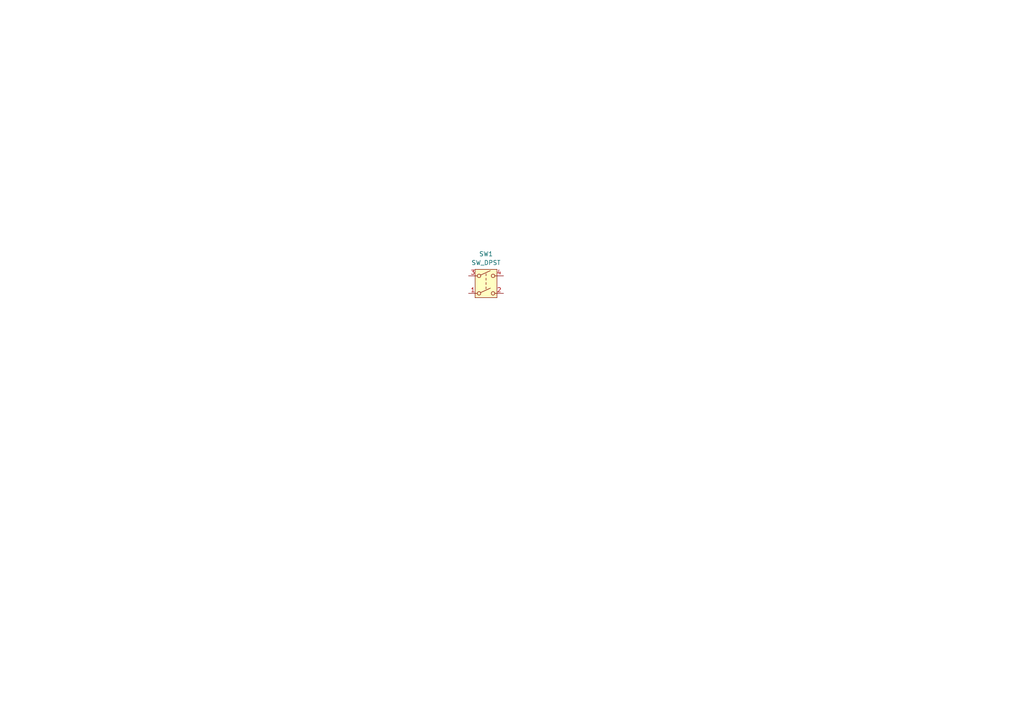
<source format=kicad_sch>
(kicad_sch (version 20241004) (generator "eeschema") (generator_version "8.99")
  (paper "A4")
  (lib_symbols
    (symbol "Switch:SW_DPST" (pin_names (offset 0) (hide yes))
      (property "Reference" "SW" (at 0 6.35 0))
      (property "Value" "SW_DPST" (at 0 -5.08 0))
      (symbol "SW_DPST_0_0"
        (circle (center -2.032 2.54) (radius 0.508))
        (circle (center -2.032 -2.54) (radius 0.508))
        (polyline (pts (xy -1.524 2.794) (xy 1.27 4.064)))
        (polyline (pts (xy -1.524 -2.286) (xy 1.27 -1.016)))
        (polyline (pts (xy 0 2.54) (xy 0 3.175)))
        (polyline (pts (xy 0 1.27) (xy 0 1.905)))
        (polyline (pts (xy 0 0) (xy 0 0.635)))
        (polyline (pts (xy 0 -1.27) (xy 0 -0.635)))
        (circle (center 2.032 2.54) (radius 0.508))
        (circle (center 2.032 -2.54) (radius 0.508))
      )
      (symbol "SW_DPST_1_1"
        (rectangle (start -3.175 4.445) (end 3.175 -3.81) (fill (type background)))
        (pin passive line (at -5.08 2.54 0) (length 2.54) (name "3") (number "3"))
        (pin passive line (at -5.08 -2.54 0) (length 2.54) (name "1") (number "1"))
        (pin passive line (at 5.08 2.54 180) (length 2.54) (name "4") (number "4"))
        (pin passive line (at 5.08 -2.54 180) (length 2.54) (name "2") (number "2"))
      )
    )
  )
  (symbol (lib_id "Switch:SW_DPST") (at 140.97 82.55 0) (unit 1)
    (property "Reference" "SW1" (at 140.97 73.66 0))
    (property "Value" "SW_DPST" (at 140.97 76.2 0))
    (property "Description" "Double Pole Single Throw (DPST) Switch" (effects (hide yes)))
  )
)
</source>
